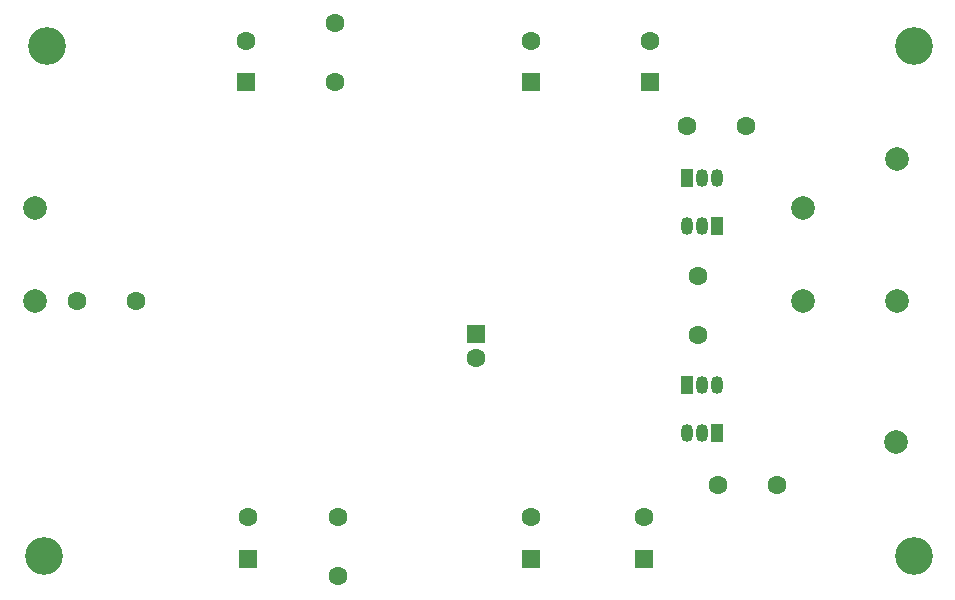
<source format=gbr>
G04 #@! TF.GenerationSoftware,KiCad,Pcbnew,(5.1.9-0-10_14)*
G04 #@! TF.CreationDate,2021-02-13T11:14:36+01:00*
G04 #@! TF.ProjectId,pre-amp-discret,7072652d-616d-4702-9d64-697363726574,rev?*
G04 #@! TF.SameCoordinates,Original*
G04 #@! TF.FileFunction,Soldermask,Bot*
G04 #@! TF.FilePolarity,Negative*
%FSLAX46Y46*%
G04 Gerber Fmt 4.6, Leading zero omitted, Abs format (unit mm)*
G04 Created by KiCad (PCBNEW (5.1.9-0-10_14)) date 2021-02-13 11:14:36*
%MOMM*%
%LPD*%
G01*
G04 APERTURE LIST*
%ADD10C,1.600000*%
%ADD11R,1.050000X1.500000*%
%ADD12O,1.050000X1.500000*%
%ADD13R,1.600000X1.600000*%
%ADD14C,2.000000*%
%ADD15C,3.200000*%
G04 APERTURE END LIST*
D10*
X180467000Y-107124500D03*
X185467000Y-107124500D03*
X181419500Y-119824500D03*
X181419500Y-124824500D03*
D11*
X183007000Y-133096000D03*
D12*
X180467000Y-133096000D03*
X181737000Y-133096000D03*
D11*
X180467000Y-111506000D03*
D12*
X183007000Y-111506000D03*
X181737000Y-111506000D03*
D11*
X180467000Y-129032000D03*
D12*
X183007000Y-129032000D03*
X181737000Y-129032000D03*
D11*
X183007000Y-115570000D03*
D12*
X180467000Y-115570000D03*
X181737000Y-115570000D03*
D10*
X177355500Y-99878000D03*
D13*
X177355500Y-103378000D03*
D10*
X167259000Y-140208000D03*
D13*
X167259000Y-143708000D03*
D10*
X167259000Y-99878000D03*
D13*
X167259000Y-103378000D03*
D10*
X162560000Y-126714000D03*
D13*
X162560000Y-124714000D03*
D10*
X143256000Y-140208000D03*
D13*
X143256000Y-143708000D03*
D10*
X143129000Y-99878000D03*
D13*
X143129000Y-103378000D03*
D10*
X176784000Y-140208000D03*
D13*
X176784000Y-143708000D03*
D10*
X150876000Y-145208000D03*
X150876000Y-140208000D03*
X150622000Y-103378000D03*
X150622000Y-98378000D03*
X188070500Y-137477500D03*
X183070500Y-137477500D03*
D14*
X190246000Y-114046000D03*
X190246000Y-121920000D03*
X198247000Y-121920000D03*
X125222000Y-121920000D03*
X198183500Y-133858000D03*
X125222000Y-114046000D03*
X198247000Y-109855000D03*
D15*
X126238000Y-100330000D03*
X125984000Y-143510000D03*
X199644000Y-143510000D03*
X199644000Y-100330000D03*
D10*
X128778000Y-121920000D03*
X133778000Y-121920000D03*
M02*

</source>
